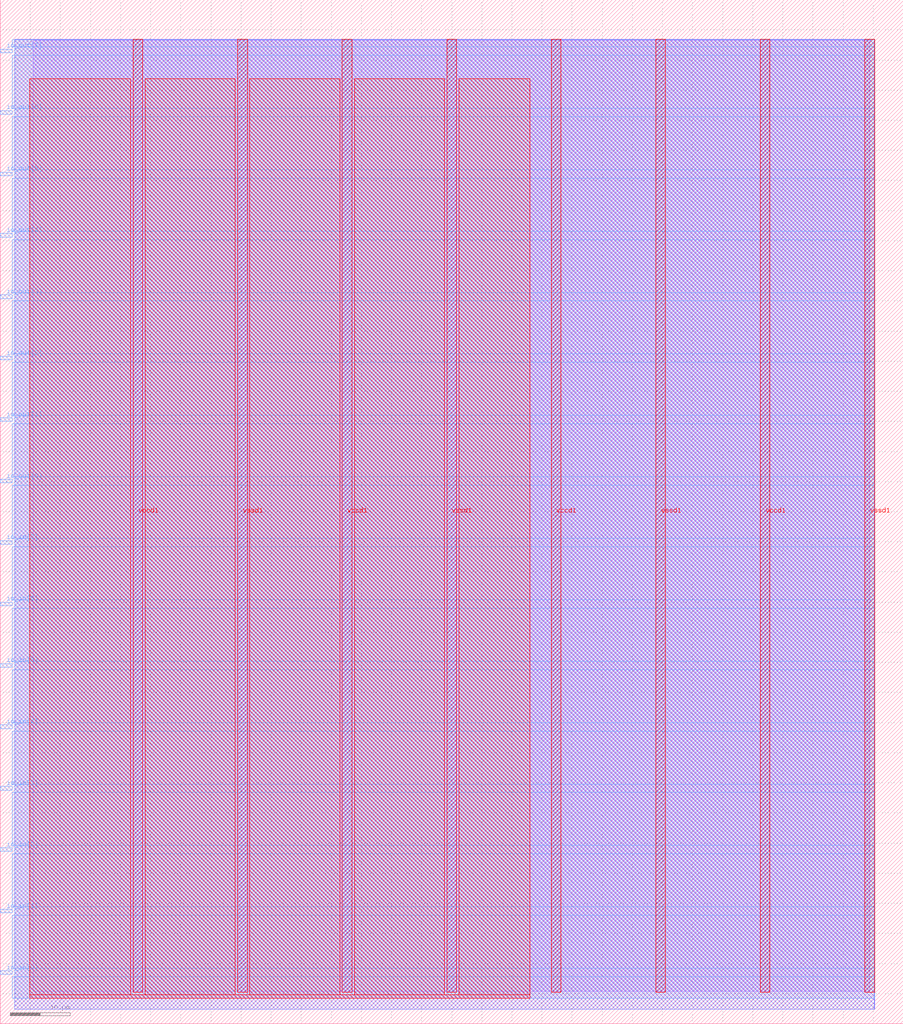
<source format=lef>
VERSION 5.7 ;
  NOWIREEXTENSIONATPIN ON ;
  DIVIDERCHAR "/" ;
  BUSBITCHARS "[]" ;
MACRO adamgreig_tt02_adc_dac
  CLASS BLOCK ;
  FOREIGN adamgreig_tt02_adc_dac ;
  ORIGIN 0.000 0.000 ;
  SIZE 150.000 BY 170.000 ;
  PIN io_in[0]
    DIRECTION INPUT ;
    USE SIGNAL ;
    PORT
      LAYER met3 ;
        RECT 0.000 8.200 2.000 8.800 ;
    END
  END io_in[0]
  PIN io_in[1]
    DIRECTION INPUT ;
    USE SIGNAL ;
    PORT
      LAYER met3 ;
        RECT 0.000 18.400 2.000 19.000 ;
    END
  END io_in[1]
  PIN io_in[2]
    DIRECTION INPUT ;
    USE SIGNAL ;
    PORT
      LAYER met3 ;
        RECT 0.000 28.600 2.000 29.200 ;
    END
  END io_in[2]
  PIN io_in[3]
    DIRECTION INPUT ;
    USE SIGNAL ;
    PORT
      LAYER met3 ;
        RECT 0.000 38.800 2.000 39.400 ;
    END
  END io_in[3]
  PIN io_in[4]
    DIRECTION INPUT ;
    USE SIGNAL ;
    PORT
      LAYER met3 ;
        RECT 0.000 49.000 2.000 49.600 ;
    END
  END io_in[4]
  PIN io_in[5]
    DIRECTION INPUT ;
    USE SIGNAL ;
    PORT
      LAYER met3 ;
        RECT 0.000 59.200 2.000 59.800 ;
    END
  END io_in[5]
  PIN io_in[6]
    DIRECTION INPUT ;
    USE SIGNAL ;
    PORT
      LAYER met3 ;
        RECT 0.000 69.400 2.000 70.000 ;
    END
  END io_in[6]
  PIN io_in[7]
    DIRECTION INPUT ;
    USE SIGNAL ;
    PORT
      LAYER met3 ;
        RECT 0.000 79.600 2.000 80.200 ;
    END
  END io_in[7]
  PIN io_out[0]
    DIRECTION OUTPUT TRISTATE ;
    USE SIGNAL ;
    PORT
      LAYER met3 ;
        RECT 0.000 89.800 2.000 90.400 ;
    END
  END io_out[0]
  PIN io_out[1]
    DIRECTION OUTPUT TRISTATE ;
    USE SIGNAL ;
    PORT
      LAYER met3 ;
        RECT 0.000 100.000 2.000 100.600 ;
    END
  END io_out[1]
  PIN io_out[2]
    DIRECTION OUTPUT TRISTATE ;
    USE SIGNAL ;
    PORT
      LAYER met3 ;
        RECT 0.000 110.200 2.000 110.800 ;
    END
  END io_out[2]
  PIN io_out[3]
    DIRECTION OUTPUT TRISTATE ;
    USE SIGNAL ;
    PORT
      LAYER met3 ;
        RECT 0.000 120.400 2.000 121.000 ;
    END
  END io_out[3]
  PIN io_out[4]
    DIRECTION OUTPUT TRISTATE ;
    USE SIGNAL ;
    PORT
      LAYER met3 ;
        RECT 0.000 130.600 2.000 131.200 ;
    END
  END io_out[4]
  PIN io_out[5]
    DIRECTION OUTPUT TRISTATE ;
    USE SIGNAL ;
    PORT
      LAYER met3 ;
        RECT 0.000 140.800 2.000 141.400 ;
    END
  END io_out[5]
  PIN io_out[6]
    DIRECTION OUTPUT TRISTATE ;
    USE SIGNAL ;
    PORT
      LAYER met3 ;
        RECT 0.000 151.000 2.000 151.600 ;
    END
  END io_out[6]
  PIN io_out[7]
    DIRECTION OUTPUT TRISTATE ;
    USE SIGNAL ;
    PORT
      LAYER met3 ;
        RECT 0.000 161.200 2.000 161.800 ;
    END
  END io_out[7]
  PIN vccd1
    DIRECTION INOUT ;
    USE POWER ;
    PORT
      LAYER met4 ;
        RECT 22.085 5.200 23.685 163.440 ;
    END
    PORT
      LAYER met4 ;
        RECT 56.815 5.200 58.415 163.440 ;
    END
    PORT
      LAYER met4 ;
        RECT 91.545 5.200 93.145 163.440 ;
    END
    PORT
      LAYER met4 ;
        RECT 126.275 5.200 127.875 163.440 ;
    END
  END vccd1
  PIN vssd1
    DIRECTION INOUT ;
    USE GROUND ;
    PORT
      LAYER met4 ;
        RECT 39.450 5.200 41.050 163.440 ;
    END
    PORT
      LAYER met4 ;
        RECT 74.180 5.200 75.780 163.440 ;
    END
    PORT
      LAYER met4 ;
        RECT 108.910 5.200 110.510 163.440 ;
    END
    PORT
      LAYER met4 ;
        RECT 143.640 5.200 145.240 163.440 ;
    END
  END vssd1
  OBS
      LAYER li1 ;
        RECT 5.520 5.355 144.440 163.285 ;
      LAYER met1 ;
        RECT 2.370 2.420 145.240 163.440 ;
      LAYER met2 ;
        RECT 2.390 2.390 145.210 163.385 ;
      LAYER met3 ;
        RECT 2.000 162.200 145.230 163.365 ;
        RECT 2.400 160.800 145.230 162.200 ;
        RECT 2.000 152.000 145.230 160.800 ;
        RECT 2.400 150.600 145.230 152.000 ;
        RECT 2.000 141.800 145.230 150.600 ;
        RECT 2.400 140.400 145.230 141.800 ;
        RECT 2.000 131.600 145.230 140.400 ;
        RECT 2.400 130.200 145.230 131.600 ;
        RECT 2.000 121.400 145.230 130.200 ;
        RECT 2.400 120.000 145.230 121.400 ;
        RECT 2.000 111.200 145.230 120.000 ;
        RECT 2.400 109.800 145.230 111.200 ;
        RECT 2.000 101.000 145.230 109.800 ;
        RECT 2.400 99.600 145.230 101.000 ;
        RECT 2.000 90.800 145.230 99.600 ;
        RECT 2.400 89.400 145.230 90.800 ;
        RECT 2.000 80.600 145.230 89.400 ;
        RECT 2.400 79.200 145.230 80.600 ;
        RECT 2.000 70.400 145.230 79.200 ;
        RECT 2.400 69.000 145.230 70.400 ;
        RECT 2.000 60.200 145.230 69.000 ;
        RECT 2.400 58.800 145.230 60.200 ;
        RECT 2.000 50.000 145.230 58.800 ;
        RECT 2.400 48.600 145.230 50.000 ;
        RECT 2.000 39.800 145.230 48.600 ;
        RECT 2.400 38.400 145.230 39.800 ;
        RECT 2.000 29.600 145.230 38.400 ;
        RECT 2.400 28.200 145.230 29.600 ;
        RECT 2.000 19.400 145.230 28.200 ;
        RECT 2.400 18.000 145.230 19.400 ;
        RECT 2.000 9.200 145.230 18.000 ;
        RECT 2.400 7.800 145.230 9.200 ;
        RECT 2.000 4.255 145.230 7.800 ;
      LAYER met4 ;
        RECT 4.895 4.800 21.685 156.905 ;
        RECT 24.085 4.800 39.050 156.905 ;
        RECT 41.450 4.800 56.415 156.905 ;
        RECT 58.815 4.800 73.780 156.905 ;
        RECT 76.180 4.800 88.025 156.905 ;
        RECT 4.895 4.255 88.025 4.800 ;
  END
END adamgreig_tt02_adc_dac
END LIBRARY


</source>
